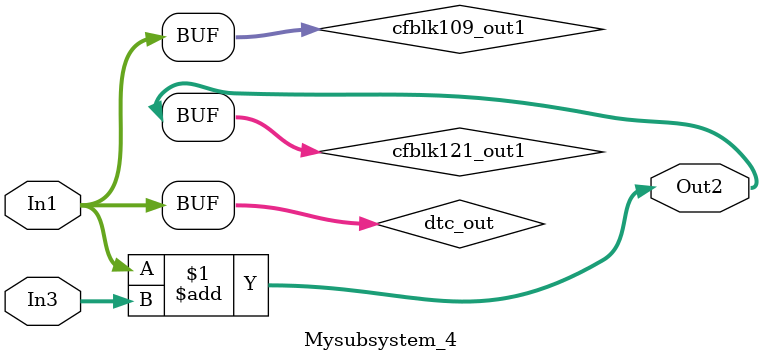
<source format=v>



`timescale 1 ns / 1 ns

module Mysubsystem_4
          (In1,
           In3,
           Out2);


  input   [7:0] In1;  // uint8
  input   [7:0] In3;  // uint8
  output  [7:0] Out2;  // uint8


  wire [7:0] dtc_out;  // ufix8
  wire [7:0] cfblk109_out1;  // uint8
  wire [7:0] cfblk121_out1;  // uint8
  reg [8:0] cfblk75_div_temp;  // ufix9
  reg [8:0] cfblk75_t_0_0;  // ufix9


  assign dtc_out = In1;



  assign cfblk109_out1 = dtc_out;



  assign cfblk121_out1 = cfblk109_out1 + In3;



  assign Out2 = cfblk121_out1;

endmodule  // Mysubsystem_4


</source>
